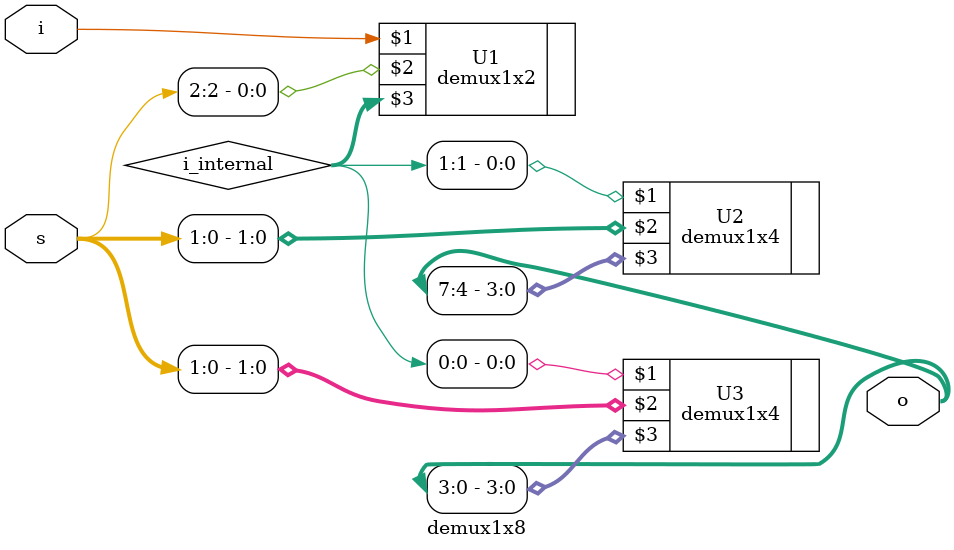
<source format=sv>
module demux1x8(i, s, o);
input  [2:0] s;
input 		 i;
output [7:0] o;

wire [1:0] i_internal;

// Built using 1x2 and 1x4 demuxes
demux1x2 U1 (i, s[2], i_internal);
demux1x4 U2 (i_internal[1], s[1:0], o[7:4]);
demux1x4 U3 (i_internal[0], s[1:0], o[3:0]);

endmodule
</source>
